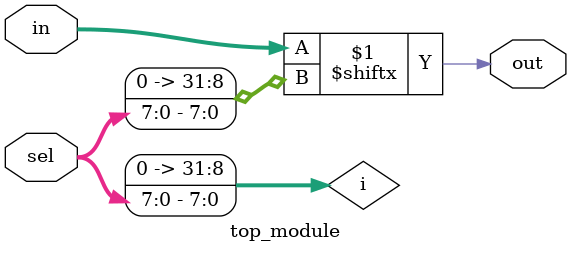
<source format=v>
module top_module( 
    input [255:0] in,
    input [7:0] sel,
    output out );

    integer i;

    assign i = sel;
    assign out = in[i];

endmodule

</source>
